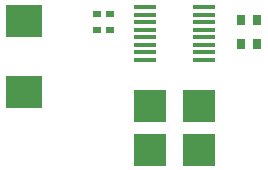
<source format=gtp>
G04 #@! TF.GenerationSoftware,KiCad,Pcbnew,(6.0.7-1)-1*
G04 #@! TF.CreationDate,2024-07-24T16:53:05+03:00*
G04 #@! TF.ProjectId,Thermal,54686572-6d61-46c2-9e6b-696361645f70,rev?*
G04 #@! TF.SameCoordinates,Original*
G04 #@! TF.FileFunction,Paste,Top*
G04 #@! TF.FilePolarity,Positive*
%FSLAX46Y46*%
G04 Gerber Fmt 4.6, Leading zero omitted, Abs format (unit mm)*
G04 Created by KiCad (PCBNEW (6.0.7-1)-1) date 2024-07-24 16:53:05*
%MOMM*%
%LPD*%
G01*
G04 APERTURE LIST*
%ADD10R,1.981200X0.355600*%
%ADD11R,0.790094X0.540005*%
%ADD12R,0.800000X0.900000*%
%ADD13R,2.800000X2.700000*%
%ADD14R,3.009906X2.799086*%
G04 APERTURE END LIST*
D10*
X398226256Y-97410660D03*
X398226256Y-98045660D03*
X398226256Y-98680660D03*
X398226256Y-99315660D03*
X398226256Y-99950660D03*
X398226256Y-100585660D03*
X398226256Y-101220660D03*
X398226256Y-101855660D03*
X403153856Y-101855660D03*
X403153856Y-101220660D03*
X403153856Y-100585660D03*
X403153856Y-99950660D03*
X403153856Y-99315660D03*
X403153856Y-98680660D03*
X403153856Y-98045660D03*
X403153856Y-97410660D03*
D11*
X395190056Y-99333160D03*
X394099886Y-99333160D03*
D12*
X406290006Y-100523736D03*
X407690056Y-100523736D03*
D11*
X394144971Y-98033160D03*
X395235141Y-98033160D03*
D13*
X398630112Y-105750254D03*
X398630112Y-109516320D03*
X402750000Y-109516320D03*
X402750000Y-105750000D03*
D14*
X387963800Y-98567500D03*
X387963800Y-104567500D03*
D12*
X407690056Y-98523736D03*
X406290006Y-98523736D03*
M02*

</source>
